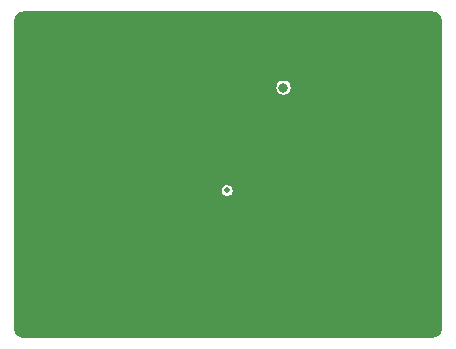
<source format=gbr>
%TF.GenerationSoftware,KiCad,Pcbnew,(6.0.4-0)*%
%TF.CreationDate,2022-03-26T13:16:04-05:00*%
%TF.ProjectId,EE515X_Project_No_Matching,45453531-3558-45f5-9072-6f6a6563745f,rev?*%
%TF.SameCoordinates,Original*%
%TF.FileFunction,Copper,L3,Inr*%
%TF.FilePolarity,Positive*%
%FSLAX46Y46*%
G04 Gerber Fmt 4.6, Leading zero omitted, Abs format (unit mm)*
G04 Created by KiCad (PCBNEW (6.0.4-0)) date 2022-03-26 13:16:04*
%MOMM*%
%LPD*%
G01*
G04 APERTURE LIST*
%TA.AperFunction,ComponentPad*%
%ADD10C,0.762000*%
%TD*%
%TA.AperFunction,ViaPad*%
%ADD11C,0.800000*%
%TD*%
%TA.AperFunction,ViaPad*%
%ADD12C,0.508000*%
%TD*%
G04 APERTURE END LIST*
D10*
%TO.N,GND*%
%TO.C,J2*%
X82158688Y-112826800D03*
X82158688Y-110693200D03*
X80888688Y-110693200D03*
X79618688Y-110693200D03*
X78348688Y-110693200D03*
X78348688Y-112826800D03*
X80888688Y-112826800D03*
X79618688Y-112826800D03*
%TD*%
%TO.N,GND*%
%TO.C,J1*%
X82169000Y-98094800D03*
X82169000Y-95961200D03*
X80899000Y-95961200D03*
X79629000Y-95961200D03*
X78359000Y-95961200D03*
X78359000Y-98094800D03*
X80899000Y-98094800D03*
X79629000Y-98094800D03*
%TD*%
%TO.N,GND*%
%TO.C,J3*%
X109865312Y-103327200D03*
X109865312Y-105460800D03*
X111135312Y-105460800D03*
X112405312Y-105460800D03*
X113675312Y-105460800D03*
X113675312Y-103327200D03*
X111135312Y-103327200D03*
X112405312Y-103327200D03*
%TD*%
D11*
%TO.N,GND*%
X110621668Y-96012000D03*
X107827668Y-96012000D03*
%TO.N,/IF_UNFILTERED*%
X100711000Y-97028000D03*
D12*
X95935800Y-105740200D03*
%TD*%
%TA.AperFunction,Conductor*%
%TO.N,GND*%
G36*
X113308198Y-90586170D02*
G01*
X113313389Y-90586179D01*
X113327219Y-90589359D01*
X113341059Y-90586227D01*
X113343049Y-90586230D01*
X113355158Y-90586835D01*
X113473716Y-90598510D01*
X113497924Y-90603325D01*
X113626567Y-90642347D01*
X113649386Y-90651799D01*
X113767930Y-90715162D01*
X113788467Y-90728884D01*
X113892375Y-90814158D01*
X113909842Y-90831625D01*
X113995116Y-90935533D01*
X114008838Y-90956070D01*
X114072201Y-91074614D01*
X114081654Y-91097436D01*
X114120672Y-91226067D01*
X114125491Y-91250294D01*
X114137215Y-91369359D01*
X114137821Y-91381927D01*
X114137820Y-91382225D01*
X114134641Y-91396051D01*
X114137772Y-91409888D01*
X114137764Y-91414348D01*
X114139880Y-91433284D01*
X114139880Y-117354134D01*
X114137830Y-117372198D01*
X114137821Y-117377389D01*
X114134641Y-117391219D01*
X114137773Y-117405059D01*
X114137770Y-117407049D01*
X114137165Y-117419158D01*
X114125490Y-117537716D01*
X114120675Y-117561924D01*
X114114291Y-117582971D01*
X114081654Y-117690565D01*
X114072201Y-117713386D01*
X114008838Y-117831930D01*
X113995116Y-117852467D01*
X113909842Y-117956375D01*
X113892375Y-117973842D01*
X113788467Y-118059116D01*
X113767930Y-118072838D01*
X113649386Y-118136201D01*
X113626564Y-118145654D01*
X113497933Y-118184672D01*
X113473706Y-118189491D01*
X113354641Y-118201215D01*
X113342073Y-118201821D01*
X113341775Y-118201820D01*
X113327949Y-118198641D01*
X113314112Y-118201772D01*
X113309652Y-118201764D01*
X113290716Y-118203880D01*
X78733866Y-118203880D01*
X78715802Y-118201830D01*
X78710611Y-118201821D01*
X78696781Y-118198641D01*
X78682941Y-118201773D01*
X78680951Y-118201770D01*
X78668842Y-118201165D01*
X78550284Y-118189490D01*
X78526076Y-118184675D01*
X78397433Y-118145653D01*
X78374614Y-118136201D01*
X78256070Y-118072838D01*
X78235533Y-118059116D01*
X78131625Y-117973842D01*
X78114158Y-117956375D01*
X78028884Y-117852467D01*
X78015162Y-117831930D01*
X77951799Y-117713386D01*
X77942346Y-117690564D01*
X77903328Y-117561933D01*
X77898509Y-117537706D01*
X77886785Y-117418641D01*
X77886179Y-117406073D01*
X77886180Y-117405775D01*
X77889359Y-117391949D01*
X77886228Y-117378112D01*
X77886236Y-117373652D01*
X77884120Y-117354716D01*
X77884120Y-105734551D01*
X95473428Y-105734551D01*
X95474592Y-105743453D01*
X95474592Y-105743456D01*
X95475644Y-105751498D01*
X95490427Y-105864550D01*
X95543230Y-105984554D01*
X95627591Y-106084913D01*
X95635062Y-106089886D01*
X95635063Y-106089887D01*
X95651270Y-106100675D01*
X95736729Y-106157562D01*
X95826172Y-106185506D01*
X95853301Y-106193982D01*
X95853302Y-106193982D01*
X95861870Y-106196659D01*
X95926305Y-106197840D01*
X95983978Y-106198897D01*
X95983981Y-106198897D01*
X95992954Y-106199061D01*
X96034347Y-106187776D01*
X96110782Y-106166938D01*
X96110785Y-106166937D01*
X96119444Y-106164576D01*
X96130868Y-106157562D01*
X96223519Y-106100675D01*
X96223522Y-106100672D01*
X96231171Y-106095976D01*
X96319153Y-105998775D01*
X96330025Y-105976336D01*
X96372404Y-105888864D01*
X96372404Y-105888863D01*
X96376317Y-105880787D01*
X96398069Y-105751498D01*
X96398207Y-105740200D01*
X96379621Y-105610418D01*
X96325356Y-105491069D01*
X96239775Y-105391747D01*
X96226695Y-105383269D01*
X96137289Y-105325318D01*
X96137287Y-105325317D01*
X96129758Y-105320437D01*
X96004148Y-105282872D01*
X95995172Y-105282817D01*
X95995171Y-105282817D01*
X95940759Y-105282485D01*
X95873044Y-105282071D01*
X95746985Y-105318099D01*
X95739398Y-105322886D01*
X95739396Y-105322887D01*
X95681043Y-105359705D01*
X95636105Y-105388059D01*
X95549317Y-105486328D01*
X95493598Y-105605005D01*
X95492217Y-105613877D01*
X95474809Y-105725678D01*
X95474809Y-105725682D01*
X95473428Y-105734551D01*
X77884120Y-105734551D01*
X77884120Y-97028000D01*
X100102091Y-97028000D01*
X100122839Y-97185597D01*
X100183669Y-97332454D01*
X100280436Y-97458564D01*
X100406545Y-97555331D01*
X100479974Y-97585746D01*
X100545773Y-97613001D01*
X100545776Y-97613002D01*
X100553403Y-97616161D01*
X100711000Y-97636909D01*
X100719188Y-97635831D01*
X100860409Y-97617239D01*
X100868597Y-97616161D01*
X100876224Y-97613002D01*
X100876227Y-97613001D01*
X100942026Y-97585746D01*
X101015455Y-97555331D01*
X101141564Y-97458564D01*
X101238331Y-97332454D01*
X101299161Y-97185597D01*
X101319909Y-97028000D01*
X101299161Y-96870403D01*
X101238331Y-96723546D01*
X101141564Y-96597436D01*
X101015455Y-96500669D01*
X100942026Y-96470254D01*
X100876227Y-96442999D01*
X100876224Y-96442998D01*
X100868597Y-96439839D01*
X100711000Y-96419091D01*
X100553403Y-96439839D01*
X100545776Y-96442998D01*
X100545773Y-96442999D01*
X100479975Y-96470254D01*
X100406546Y-96500669D01*
X100280436Y-96597436D01*
X100183669Y-96723546D01*
X100122839Y-96870403D01*
X100102091Y-97028000D01*
X77884120Y-97028000D01*
X77884120Y-91433866D01*
X77886170Y-91415802D01*
X77886179Y-91410611D01*
X77889359Y-91396781D01*
X77886227Y-91382941D01*
X77886230Y-91380951D01*
X77886835Y-91368842D01*
X77898510Y-91250284D01*
X77903326Y-91226071D01*
X77903328Y-91226067D01*
X77942347Y-91097433D01*
X77951799Y-91074614D01*
X78015162Y-90956070D01*
X78028884Y-90935533D01*
X78114158Y-90831625D01*
X78131625Y-90814158D01*
X78235533Y-90728884D01*
X78256070Y-90715162D01*
X78374614Y-90651799D01*
X78397436Y-90642346D01*
X78526067Y-90603328D01*
X78550294Y-90598509D01*
X78669359Y-90586785D01*
X78681927Y-90586179D01*
X78682225Y-90586180D01*
X78696051Y-90589359D01*
X78709888Y-90586228D01*
X78714348Y-90586236D01*
X78733284Y-90584120D01*
X113290134Y-90584120D01*
X113308198Y-90586170D01*
G37*
%TD.AperFunction*%
%TD*%
M02*

</source>
